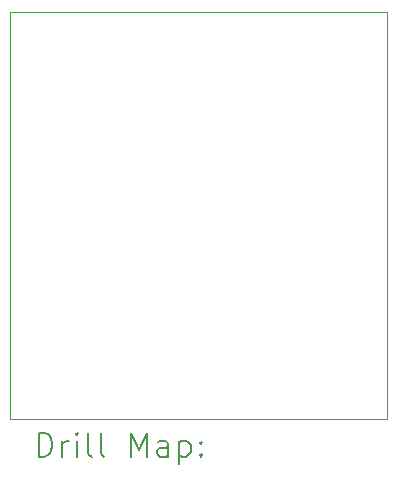
<source format=gbr>
%TF.GenerationSoftware,KiCad,Pcbnew,7.0.2*%
%TF.CreationDate,2023-11-13T10:32:40+01:00*%
%TF.ProjectId,sub-d_terminal,7375622d-645f-4746-9572-6d696e616c2e,rev?*%
%TF.SameCoordinates,Original*%
%TF.FileFunction,Drillmap*%
%TF.FilePolarity,Positive*%
%FSLAX45Y45*%
G04 Gerber Fmt 4.5, Leading zero omitted, Abs format (unit mm)*
G04 Created by KiCad (PCBNEW 7.0.2) date 2023-11-13 10:32:40*
%MOMM*%
%LPD*%
G01*
G04 APERTURE LIST*
%ADD10C,0.100000*%
%ADD11C,0.200000*%
G04 APERTURE END LIST*
D10*
X9360000Y-7220000D02*
X12550000Y-7220000D01*
X12550000Y-10670000D01*
X9360000Y-10670000D01*
X9360000Y-7220000D01*
D11*
X9602619Y-10987524D02*
X9602619Y-10787524D01*
X9602619Y-10787524D02*
X9650238Y-10787524D01*
X9650238Y-10787524D02*
X9678810Y-10797048D01*
X9678810Y-10797048D02*
X9697857Y-10816095D01*
X9697857Y-10816095D02*
X9707381Y-10835143D01*
X9707381Y-10835143D02*
X9716905Y-10873238D01*
X9716905Y-10873238D02*
X9716905Y-10901810D01*
X9716905Y-10901810D02*
X9707381Y-10939905D01*
X9707381Y-10939905D02*
X9697857Y-10958952D01*
X9697857Y-10958952D02*
X9678810Y-10978000D01*
X9678810Y-10978000D02*
X9650238Y-10987524D01*
X9650238Y-10987524D02*
X9602619Y-10987524D01*
X9802619Y-10987524D02*
X9802619Y-10854190D01*
X9802619Y-10892286D02*
X9812143Y-10873238D01*
X9812143Y-10873238D02*
X9821667Y-10863714D01*
X9821667Y-10863714D02*
X9840714Y-10854190D01*
X9840714Y-10854190D02*
X9859762Y-10854190D01*
X9926429Y-10987524D02*
X9926429Y-10854190D01*
X9926429Y-10787524D02*
X9916905Y-10797048D01*
X9916905Y-10797048D02*
X9926429Y-10806571D01*
X9926429Y-10806571D02*
X9935952Y-10797048D01*
X9935952Y-10797048D02*
X9926429Y-10787524D01*
X9926429Y-10787524D02*
X9926429Y-10806571D01*
X10050238Y-10987524D02*
X10031190Y-10978000D01*
X10031190Y-10978000D02*
X10021667Y-10958952D01*
X10021667Y-10958952D02*
X10021667Y-10787524D01*
X10155000Y-10987524D02*
X10135952Y-10978000D01*
X10135952Y-10978000D02*
X10126429Y-10958952D01*
X10126429Y-10958952D02*
X10126429Y-10787524D01*
X10383571Y-10987524D02*
X10383571Y-10787524D01*
X10383571Y-10787524D02*
X10450238Y-10930381D01*
X10450238Y-10930381D02*
X10516905Y-10787524D01*
X10516905Y-10787524D02*
X10516905Y-10987524D01*
X10697857Y-10987524D02*
X10697857Y-10882762D01*
X10697857Y-10882762D02*
X10688333Y-10863714D01*
X10688333Y-10863714D02*
X10669286Y-10854190D01*
X10669286Y-10854190D02*
X10631190Y-10854190D01*
X10631190Y-10854190D02*
X10612143Y-10863714D01*
X10697857Y-10978000D02*
X10678810Y-10987524D01*
X10678810Y-10987524D02*
X10631190Y-10987524D01*
X10631190Y-10987524D02*
X10612143Y-10978000D01*
X10612143Y-10978000D02*
X10602619Y-10958952D01*
X10602619Y-10958952D02*
X10602619Y-10939905D01*
X10602619Y-10939905D02*
X10612143Y-10920857D01*
X10612143Y-10920857D02*
X10631190Y-10911333D01*
X10631190Y-10911333D02*
X10678810Y-10911333D01*
X10678810Y-10911333D02*
X10697857Y-10901810D01*
X10793095Y-10854190D02*
X10793095Y-11054190D01*
X10793095Y-10863714D02*
X10812143Y-10854190D01*
X10812143Y-10854190D02*
X10850238Y-10854190D01*
X10850238Y-10854190D02*
X10869286Y-10863714D01*
X10869286Y-10863714D02*
X10878810Y-10873238D01*
X10878810Y-10873238D02*
X10888333Y-10892286D01*
X10888333Y-10892286D02*
X10888333Y-10949429D01*
X10888333Y-10949429D02*
X10878810Y-10968476D01*
X10878810Y-10968476D02*
X10869286Y-10978000D01*
X10869286Y-10978000D02*
X10850238Y-10987524D01*
X10850238Y-10987524D02*
X10812143Y-10987524D01*
X10812143Y-10987524D02*
X10793095Y-10978000D01*
X10974048Y-10968476D02*
X10983571Y-10978000D01*
X10983571Y-10978000D02*
X10974048Y-10987524D01*
X10974048Y-10987524D02*
X10964524Y-10978000D01*
X10964524Y-10978000D02*
X10974048Y-10968476D01*
X10974048Y-10968476D02*
X10974048Y-10987524D01*
X10974048Y-10863714D02*
X10983571Y-10873238D01*
X10983571Y-10873238D02*
X10974048Y-10882762D01*
X10974048Y-10882762D02*
X10964524Y-10873238D01*
X10964524Y-10873238D02*
X10974048Y-10863714D01*
X10974048Y-10863714D02*
X10974048Y-10882762D01*
M02*

</source>
